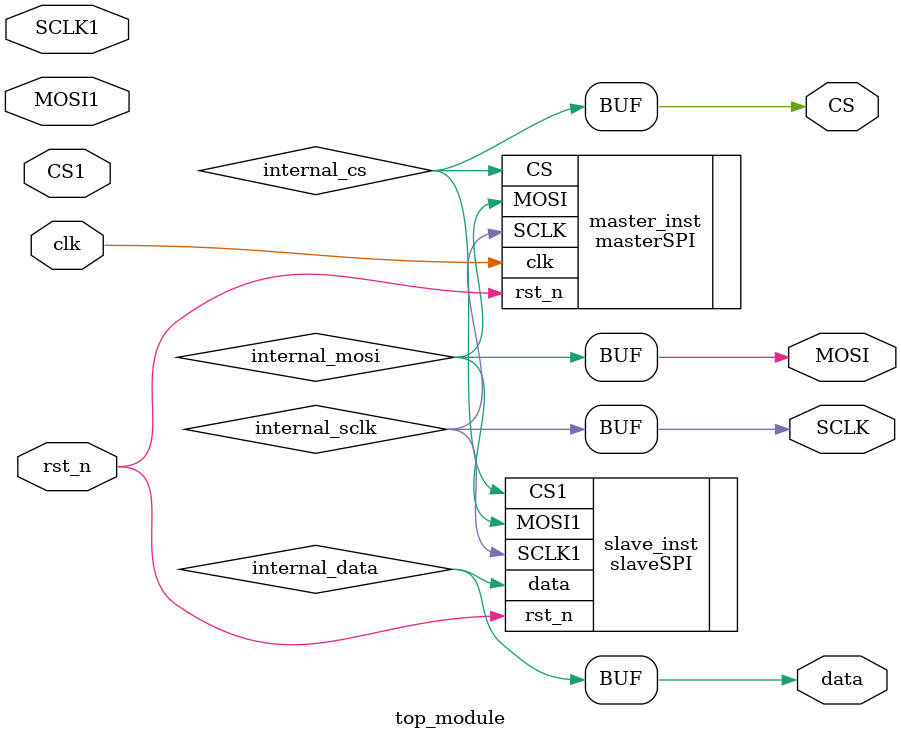
<source format=sv>
module top_module (
    input clk, rst_n,
    output logic SCLK, MOSI, CS,   // Outputs for the master
    input logic SCLK1, MOSI1, CS1, // Inputs for the slave
    output logic data              // Output from the slave
);

    // Internal signals to connect master and slave
    logic internal_sclk, internal_mosi, internal_cs;
    logic internal_data; // Internal signal for slave data output

    // Instantiate SPI Master
    masterSPI master_inst (
        .rst_n(rst_n),
        .clk(clk),
        .MOSI(internal_mosi),
        .SCLK(internal_sclk),
        .CS(internal_cs)
    );

    // Instantiate SPI Slave
    slaveSPI slave_inst (
        .rst_n(rst_n),
        .MOSI1(internal_mosi),
        .SCLK1(internal_sclk),
        .CS1(internal_cs),
        .data(internal_data) // Connect slave's data output
    );

    // Assign internal signals to I/O pins
    assign SCLK = internal_sclk;
    assign MOSI = internal_mosi;
    assign CS = internal_cs;
    assign data = internal_data; // Assign slave's data output to FPGA pin

endmodule
</source>
